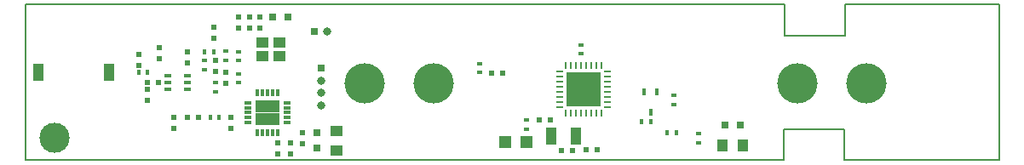
<source format=gbr>
G04 #@! TF.FileFunction,Soldermask,Top*
%FSLAX46Y46*%
G04 Gerber Fmt 4.6, Leading zero omitted, Abs format (unit mm)*
G04 Created by KiCad (PCBNEW 4.0.2+dfsg1-stable) date ven 28 dic 2018 11:34:51 CET*
%MOMM*%
G01*
G04 APERTURE LIST*
%ADD10C,0.100000*%
%ADD11C,0.200000*%
%ADD12R,0.800000X0.800000*%
%ADD13O,0.800000X0.800000*%
%ADD14R,0.600000X0.500000*%
%ADD15R,0.500000X0.600000*%
%ADD16R,0.800000X0.750000*%
%ADD17R,1.250000X1.000000*%
%ADD18R,1.000000X1.250000*%
%ADD19R,1.198880X1.198880*%
%ADD20R,0.600000X0.400000*%
%ADD21R,0.457200X0.711200*%
%ADD22R,1.150000X1.000000*%
%ADD23R,1.000000X1.800000*%
%ADD24R,0.400000X0.600000*%
%ADD25C,4.000000*%
%ADD26C,3.000000*%
%ADD27R,0.650000X0.400000*%
%ADD28R,0.750000X0.800000*%
%ADD29R,0.730000X0.300000*%
%ADD30R,0.300000X0.730000*%
%ADD31R,1.250000X1.250000*%
%ADD32C,0.600000*%
%ADD33R,0.700000X0.250000*%
%ADD34R,0.250000X0.700000*%
%ADD35R,1.725000X1.725000*%
G04 APERTURE END LIST*
D10*
D11*
X173690280Y-115443000D02*
X98295460Y-115443000D01*
X195072000Y-115443000D02*
X179682660Y-115443000D01*
X179682660Y-112410240D02*
X179682660Y-115443000D01*
X173692820Y-112410240D02*
X179682660Y-112410240D01*
X173692820Y-112410240D02*
X173692820Y-115437920D01*
X173776640Y-99949000D02*
X98298000Y-99949000D01*
X195072000Y-99949000D02*
X179778660Y-99949000D01*
X179778660Y-99949000D02*
X179778660Y-103047800D01*
X173776640Y-103047800D02*
X179778660Y-103047800D01*
X173776640Y-99949000D02*
X173776640Y-103047800D01*
X98298000Y-115443000D02*
X98298000Y-99949000D01*
X195072000Y-99949000D02*
X195072000Y-115443000D01*
D12*
X127000000Y-102631240D03*
D13*
X128250000Y-102631240D03*
D14*
X110454580Y-107731560D03*
X111554580Y-107731560D03*
D15*
X113062500Y-111225240D03*
X113062500Y-112325240D03*
X124659640Y-113734360D03*
X124659640Y-114834360D03*
D16*
X124350440Y-101203760D03*
X122850440Y-101203760D03*
D15*
X123338640Y-113734360D03*
X123338640Y-114834360D03*
X118708400Y-111225240D03*
X118708400Y-112325240D03*
X119475680Y-102330340D03*
X119475680Y-101230340D03*
X120567680Y-102330340D03*
X120567680Y-101230340D03*
X118210560Y-106665940D03*
X118210560Y-107765940D03*
X117042160Y-103344980D03*
X117042160Y-102244980D03*
X117192020Y-105530560D03*
X117192020Y-106630560D03*
X121558680Y-102330340D03*
X121558680Y-101230340D03*
D17*
X129214880Y-112507520D03*
X129214880Y-114507520D03*
D15*
X125821440Y-112721300D03*
X125821440Y-113821300D03*
D14*
X114403100Y-111221520D03*
X115503100Y-111221520D03*
D15*
X111582200Y-105347860D03*
X111582200Y-104247860D03*
X114406680Y-104640200D03*
X114406680Y-105740200D03*
D18*
X167578000Y-113995000D03*
X169578000Y-113995000D03*
D15*
X110453400Y-108413460D03*
X110453400Y-109513460D03*
D14*
X155106220Y-114452600D03*
X154006220Y-114452600D03*
D15*
X109537500Y-106050080D03*
X109537500Y-104950080D03*
D14*
X152667220Y-114477600D03*
X151567220Y-114477600D03*
X149384000Y-111455000D03*
X150484000Y-111455000D03*
X144615260Y-106804860D03*
X145715260Y-106804860D03*
D19*
X148113020Y-113614000D03*
X146014980Y-113614000D03*
D20*
X116102360Y-105524300D03*
X116102360Y-106424300D03*
D21*
X161081720Y-108630720D03*
X159760920Y-108630720D03*
X160421320Y-110662720D03*
D22*
X121819900Y-105118360D03*
X123569900Y-105118360D03*
X123569900Y-103718360D03*
X121819900Y-103718360D03*
D23*
X153013000Y-113055000D03*
X150513000Y-113055000D03*
D20*
X117192020Y-107754420D03*
X117192020Y-108654420D03*
X162711000Y-109006000D03*
X162711000Y-109906000D03*
D24*
X162057000Y-112700000D03*
X162957000Y-112700000D03*
D20*
X165200000Y-113727000D03*
X165200000Y-112827000D03*
X143429260Y-105820860D03*
X143429260Y-106720860D03*
X148131000Y-111462000D03*
X148131000Y-112362000D03*
X119493260Y-104642500D03*
X119493260Y-105542500D03*
X153516000Y-104877000D03*
X153516000Y-103977000D03*
D25*
X131999000Y-107787000D03*
X138899000Y-107787000D03*
X174999000Y-107771760D03*
X181899000Y-107771760D03*
D26*
X101198300Y-113243820D03*
D12*
X127668020Y-106278360D03*
D13*
X127668020Y-107528360D03*
X127668020Y-108778360D03*
X127668020Y-110028360D03*
D24*
X160442060Y-111653320D03*
X159542060Y-111653320D03*
D23*
X106597560Y-106711560D03*
X99597560Y-106711560D03*
D24*
X116648460Y-111224060D03*
X117548460Y-111224060D03*
D27*
X114378780Y-108371400D03*
X114378780Y-107071400D03*
X112478780Y-107721400D03*
X114378780Y-107721400D03*
X112478780Y-107071400D03*
X112478780Y-108371400D03*
D24*
X116127760Y-104640380D03*
X117027760Y-104640380D03*
D20*
X118208020Y-104632760D03*
X118208020Y-105532760D03*
X119488180Y-107765000D03*
X119488180Y-106865000D03*
D24*
X109544700Y-106705400D03*
X110444700Y-106705400D03*
D16*
X167828000Y-111963000D03*
X169328000Y-111963000D03*
D28*
X127251460Y-112749900D03*
X127251460Y-114249900D03*
D29*
X120381880Y-109721300D03*
X120381880Y-110221300D03*
X120381880Y-110721300D03*
X120381880Y-111221300D03*
X120381880Y-111721300D03*
D30*
X121346880Y-112686300D03*
X121846880Y-112686300D03*
X122346880Y-112686300D03*
X122846880Y-112686300D03*
X123346880Y-112686300D03*
D29*
X124311880Y-111721300D03*
X124311880Y-111221300D03*
X124311880Y-110721300D03*
X124311880Y-110221300D03*
X124311880Y-109721300D03*
D30*
X123346880Y-108756300D03*
X122846880Y-108756300D03*
X122346880Y-108756300D03*
X121846880Y-108756300D03*
X121346880Y-108756300D03*
D31*
X122971880Y-111346300D03*
X122971880Y-110096300D03*
X121721880Y-111346300D03*
X121721880Y-110096300D03*
D32*
X121788080Y-110213300D03*
X122905680Y-110213300D03*
X121788080Y-111229300D03*
X122905680Y-111229300D03*
D33*
X156170000Y-110157000D03*
X156170000Y-109657000D03*
X156170000Y-109157000D03*
X156170000Y-108657000D03*
X156170000Y-108157000D03*
X156170000Y-107657000D03*
X156170000Y-107157000D03*
X156170000Y-106657000D03*
D34*
X155520000Y-106007000D03*
X155020000Y-106007000D03*
X154520000Y-106007000D03*
X154020000Y-106007000D03*
X153520000Y-106007000D03*
X153020000Y-106007000D03*
X152520000Y-106007000D03*
X152020000Y-106007000D03*
D33*
X151370000Y-106657000D03*
X151370000Y-107157000D03*
X151370000Y-107657000D03*
X151370000Y-108157000D03*
X151370000Y-108657000D03*
X151370000Y-109157000D03*
X151370000Y-109657000D03*
X151370000Y-110157000D03*
D34*
X152020000Y-110807000D03*
X152520000Y-110807000D03*
X153020000Y-110807000D03*
X153520000Y-110807000D03*
X154020000Y-110807000D03*
X154520000Y-110807000D03*
X155020000Y-110807000D03*
X155520000Y-110807000D03*
D35*
X152907500Y-107544500D03*
X152907500Y-109269500D03*
X154632500Y-107544500D03*
X154632500Y-109269500D03*
D32*
X154989200Y-109626200D03*
X153770000Y-109626200D03*
X152550800Y-109626200D03*
X154989200Y-108457800D03*
X153770000Y-108457800D03*
X152550800Y-108457800D03*
X154989200Y-107340200D03*
X153770000Y-107340200D03*
X152550800Y-107340200D03*
M02*

</source>
